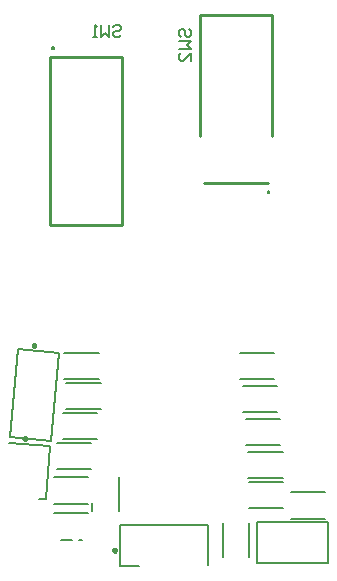
<source format=gbr>
%FSTAX23Y23*%
%MOMM*%
%SFA1B1*%

%IPPOS*%
%ADD32C,0.250000*%
%ADD33C,0.200000*%
%ADD34C,0.253999*%
%LNflightstick_trigger_rightv2_legend_bot-1*%
%LPD*%
G54D32*
X-17738Y-38394D02*
D01*
X-17739Y-38385*
X-17739Y-38376*
X-17741Y-38368*
X-17743Y-38359*
X-17746Y-38351*
X-17749Y-38343*
X-17753Y-38335*
X-17757Y-38327*
X-17762Y-3832*
X-17768Y-38313*
X-17773Y-38307*
X-1778Y-38301*
X-17786Y-38295*
X-17793Y-3829*
X-17801Y-38285*
X-17808Y-38281*
X-17816Y-38278*
X-17825Y-38275*
X-17833Y-38272*
X-17842Y-38271*
X-1785Y-38269*
X-17859Y-38269*
X-17868*
X-17876Y-38269*
X-17885Y-38271*
X-17893Y-38272*
X-17902Y-38275*
X-1791Y-38278*
X-17918Y-38281*
X-17926Y-38285*
X-17933Y-3829*
X-1794Y-38295*
X-17947Y-38301*
X-17953Y-38307*
X-17959Y-38313*
X-17964Y-3832*
X-17969Y-38327*
X-17974Y-38335*
X-17977Y-38343*
X-17981Y-38351*
X-17983Y-38359*
X-17986Y-38368*
X-17987Y-38376*
X-17988Y-38385*
X-17988Y-38394*
X-17988Y-38402*
X-17987Y-38411*
X-17986Y-3842*
X-17983Y-38428*
X-17981Y-38436*
X-17977Y-38444*
X-17974Y-38452*
X-17969Y-3846*
X-17964Y-38467*
X-17959Y-38474*
X-17953Y-3848*
X-17947Y-38487*
X-1794Y-38492*
X-17933Y-38497*
X-17926Y-38502*
X-17918Y-38506*
X-1791Y-3851*
X-17902Y-38513*
X-17893Y-38515*
X-17885Y-38517*
X-17876Y-38518*
X-17868Y-38519*
X-17859*
X-1785Y-38518*
X-17842Y-38517*
X-17833Y-38515*
X-17825Y-38513*
X-17816Y-3851*
X-17808Y-38506*
X-17801Y-38502*
X-17793Y-38497*
X-17786Y-38492*
X-1778Y-38487*
X-17773Y-3848*
X-17768Y-38474*
X-17762Y-38467*
X-17757Y-3846*
X-17753Y-38452*
X-17749Y-38444*
X-17746Y-38436*
X-17743Y-38428*
X-17741Y-3842*
X-17739Y-38411*
X-17739Y-38402*
X-17738Y-38394*
X-16964Y-30505D02*
D01*
X-16964Y-30496*
X-16965Y-30487*
X-16966Y-30479*
X-16968Y-3047*
X-16971Y-30462*
X-16974Y-30454*
X-16978Y-30446*
X-16983Y-30438*
X-16988Y-30431*
X-16993Y-30424*
X-16999Y-30418*
X-17005Y-30412*
X-17012Y-30406*
X-17019Y-30401*
X-17026Y-30396*
X-17034Y-30392*
X-17042Y-30389*
X-1705Y-30386*
X-17058Y-30383*
X-17067Y-30381*
X-17076Y-3038*
X-17084Y-3038*
X-17093*
X-17102Y-3038*
X-1711Y-30381*
X-17119Y-30383*
X-17127Y-30386*
X-17135Y-30389*
X-17143Y-30392*
X-17151Y-30396*
X-17159Y-30401*
X-17166Y-30406*
X-17172Y-30412*
X-17179Y-30418*
X-17184Y-30424*
X-1719Y-30431*
X-17195Y-30438*
X-17199Y-30446*
X-17203Y-30454*
X-17206Y-30462*
X-17209Y-3047*
X-17211Y-30479*
X-17212Y-30487*
X-17213Y-30496*
X-17214Y-30505*
X-17213Y-30513*
X-17212Y-30522*
X-17211Y-30531*
X-17209Y-30539*
X-17206Y-30547*
X-17203Y-30555*
X-17199Y-30563*
X-17195Y-30571*
X-1719Y-30578*
X-17184Y-30585*
X-17179Y-30591*
X-17172Y-30597*
X-17166Y-30603*
X-17159Y-30608*
X-17151Y-30613*
X-17143Y-30617*
X-17135Y-3062*
X-17127Y-30623*
X-17119Y-30626*
X-1711Y-30628*
X-17102Y-30629*
X-17093Y-30629*
X-17084*
X-17076Y-30629*
X-17067Y-30628*
X-17058Y-30626*
X-1705Y-30623*
X-17042Y-3062*
X-17034Y-30617*
X-17026Y-30613*
X-17019Y-30608*
X-17012Y-30603*
X-17005Y-30597*
X-16999Y-30591*
X-16993Y-30585*
X-16988Y-30578*
X-16983Y-30571*
X-16978Y-30563*
X-16974Y-30555*
X-16971Y-30547*
X-16968Y-30539*
X-16966Y-30531*
X-16965Y-30522*
X-16964Y-30513*
X-16964Y-30505*
X-10133Y-47853D02*
D01*
X-10134Y-47845*
X-10135Y-47836*
X-10136Y-47827*
X-10138Y-47819*
X-10141Y-47811*
X-10144Y-47803*
X-10148Y-47795*
X-10152Y-47787*
X-10157Y-4778*
X-10163Y-47773*
X-10169Y-47767*
X-10175Y-47761*
X-10182Y-47755*
X-10189Y-4775*
X-10196Y-47745*
X-10204Y-47741*
X-10212Y-47738*
X-1022Y-47735*
X-10228Y-47732*
X-10237Y-4773*
X-10245Y-47729*
X-10254Y-47729*
X-10263*
X-10272Y-47729*
X-1028Y-4773*
X-10289Y-47732*
X-10297Y-47735*
X-10305Y-47738*
X-10313Y-47741*
X-10321Y-47745*
X-10328Y-4775*
X-10335Y-47755*
X-10342Y-47761*
X-10348Y-47767*
X-10354Y-47773*
X-1036Y-4778*
X-10365Y-47787*
X-10369Y-47795*
X-10373Y-47803*
X-10376Y-47811*
X-10379Y-47819*
X-10381Y-47827*
X-10382Y-47836*
X-10383Y-47845*
X-10383Y-47853*
X-10383Y-47862*
X-10382Y-47871*
X-10381Y-47879*
X-10379Y-47888*
X-10376Y-47896*
X-10373Y-47904*
X-10369Y-47912*
X-10365Y-4792*
X-1036Y-47927*
X-10354Y-47934*
X-10348Y-4794*
X-10342Y-47946*
X-10335Y-47952*
X-10328Y-47957*
X-10321Y-47962*
X-10313Y-47966*
X-10305Y-47969*
X-10297Y-47972*
X-10289Y-47975*
X-1028Y-47977*
X-10272Y-47978*
X-10263Y-47978*
X-10254*
X-10245Y-47978*
X-10237Y-47977*
X-10228Y-47975*
X-1022Y-47972*
X-10212Y-47969*
X-10204Y-47966*
X-10196Y-47962*
X-10189Y-47957*
X-10182Y-47952*
X-10175Y-47946*
X-10169Y-4794*
X-10163Y-47934*
X-10157Y-47927*
X-10152Y-4792*
X-10148Y-47912*
X-10144Y-47904*
X-10141Y-47896*
X-10138Y-47888*
X-10136Y-47879*
X-10135Y-47871*
X-10134Y-47862*
X-10133Y-47853*
G54D33*
X-09833Y-45678D02*
X-02333D01*
X01128Y-48448D02*
Y-45531D01*
X-01128Y-48448D02*
Y-45531D01*
X-14666Y-36209D02*
X-11749D01*
X-15174Y-41006D02*
X-12257D01*
X00319Y-31129D02*
X03236D01*
X00319Y-33386D02*
X03236D01*
X01081Y-42051D02*
X03998D01*
X01081Y-44308D02*
X03998D01*
X01038Y-41768D02*
X03954D01*
X-14666Y-38466D02*
X-11749D01*
X-15428Y-4167D02*
X-12511D01*
X-15428Y-43927D02*
X-12511D01*
X-15174Y-38749D02*
X-12257D01*
X-13283Y-46975D02*
X-13042D01*
X-14783D02*
X-13894D01*
X-12177Y-44554D02*
Y-43881D01*
X-0992Y-44554D02*
Y-41638D01*
X-15428Y-44718D02*
X-12511D01*
X01038Y-39511D02*
X03954D01*
X01825Y-45424D02*
X07825D01*
X01825Y-48924D02*
Y-45424D01*
Y-48924D02*
X07825D01*
X-14368Y-35926D02*
X-11452D01*
X-14539Y-31129D02*
X-11622D01*
X-14539Y-33386D02*
X-11622D01*
X-02333Y-4912D02*
Y-45678D01*
X-09833Y-49178D02*
X-08222D01*
X-09833D02*
Y-45678D01*
X07825Y-48924D02*
Y-45424D01*
X04637Y-4294D02*
X07554D01*
X04637Y-45197D02*
X07554D01*
X-14368Y-33669D02*
X-11452D01*
X00573Y-3618D02*
X0349D01*
X-15613Y-38589D02*
X-14959Y-31117D01*
X-18446Y-30812D02*
X-14959Y-31117D01*
X00827Y-38974D02*
X03744D01*
X00827Y-36717D02*
X03744D01*
X00573Y-33923D02*
X0349D01*
X-19187Y-38755D02*
X-15713Y-39059D01*
X-16673Y-43492D02*
X-16105Y-43541D01*
X-19099Y-38284D02*
X-18446Y-30812D01*
X-19099Y-38284D02*
X-15613Y-38589D01*
X-16105Y-43541D02*
X-15713Y-39059D01*
X02847Y-17579D02*
Y-17413D01*
X02681*
Y-17579*
X02847*
X-15547Y-05279D02*
Y-05446D01*
X-15381*
Y-05279*
X-15547*
X-04651Y-04413D02*
X-04817Y-04246D01*
Y-03913*
X-04651Y-03747*
X-04484*
X-04318Y-03913*
Y-04246*
X-04151Y-04413*
X-03984*
X-03818Y-04246*
Y-03913*
X-03984Y-03747*
X-04817Y-04746D02*
X-03818D01*
X-04151Y-0508*
X-03818Y-05413*
X-04817*
X-03818Y-06412D02*
Y-05746D01*
X-04484Y-06412*
X-04651*
X-04817Y-06246*
Y-05913*
X-04651Y-05746*
X-10394Y-03535D02*
X-10228Y-03369D01*
X-09894*
X-09728Y-03535*
Y-03702*
X-09894Y-03868*
X-10228*
X-10394Y-04035*
Y-04202*
X-10228Y-04368*
X-09894*
X-09728Y-04202*
X-10727Y-03369D02*
Y-04368D01*
X-11061Y-04035*
X-11394Y-04368*
Y-03369*
X-11727Y-04368D02*
X-1206D01*
X-11894*
Y-03369*
X-11727Y-03535*
G54D34*
X-09652Y-2032D02*
Y-06096D01*
X-15748D02*
X-09652D01*
X-03048Y-0254D02*
X03048D01*
X-02722Y-16764D02*
X02722D01*
X03048Y-1278D02*
Y-0254D01*
X-15748Y-2032D02*
Y-06096D01*
Y-2032D02*
X-09652D01*
X-03048Y-1278D02*
Y-0254D01*
M02*
</source>
